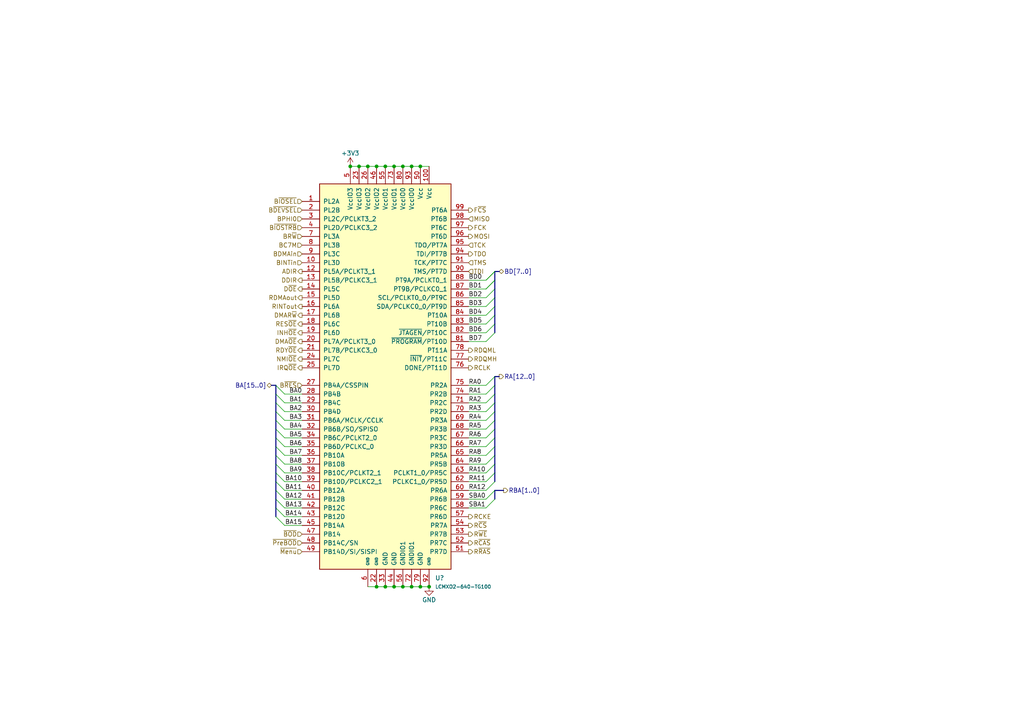
<source format=kicad_sch>
(kicad_sch (version 20211123) (generator eeschema)
  (paper "A4")
  (lib_symbols
    (symbol "GW_PLD:LCMXO2-640-TG100" (pin_names (offset 1.016))
      (property "Reference" "U" (at 0 1.27 0))
      (property "Value" "LCMXO2-640-TG100" (at 0 0 0))
      (symbol "LCMXO2-640-TG100_1_1"
        (rectangle (start -19.05 55.88) (end 19.05 -55.88) (stroke (width 0.254)) (fill (type background)))
        (pin bidirectional line (at -24.13 50.8 0) (length 5.08) (name "PL2A") (number "1"))
        (pin bidirectional line (at -24.13 33.02 0) (length 5.08) (name "PL3D") (number "10"))
        (pin power_in line (at 12.7 60.96 270) (length 5.08) (name "Vcc") (number "100"))
        (pin bidirectional line (at -24.13 30.48 0) (length 5.08) (name "PL5A/PCLKT3_1") (number "12"))
        (pin bidirectional line (at -24.13 27.94 0) (length 5.08) (name "PL5B/PCLKC3_1") (number "13"))
        (pin bidirectional line (at -24.13 25.4 0) (length 5.08) (name "PL5C") (number "14"))
        (pin bidirectional line (at -24.13 22.86 0) (length 5.08) (name "PL5D") (number "15"))
        (pin bidirectional line (at -24.13 20.32 0) (length 5.08) (name "PL6A") (number "16"))
        (pin bidirectional line (at -24.13 17.78 0) (length 5.08) (name "PL6B") (number "17"))
        (pin bidirectional line (at -24.13 15.24 0) (length 5.08) (name "PL6C") (number "18"))
        (pin bidirectional line (at -24.13 12.7 0) (length 5.08) (name "PL6D") (number "19"))
        (pin bidirectional line (at -24.13 48.26 0) (length 5.08) (name "PL2B") (number "2"))
        (pin bidirectional line (at -24.13 10.16 0) (length 5.08) (name "PL7A/PCLKT3_0") (number "20"))
        (pin bidirectional line (at -24.13 7.62 0) (length 5.08) (name "PL7B/PCLKC3_0") (number "21"))
        (pin power_in line (at -2.54 -60.96 90) (length 5.08) (name "GND") (number "22"))
        (pin power_in line (at -7.62 60.96 270) (length 5.08) (name "VccIO3") (number "23"))
        (pin bidirectional line (at -24.13 5.08 0) (length 5.08) (name "PL7C") (number "24"))
        (pin bidirectional line (at -24.13 2.54 0) (length 5.08) (name "PL7D") (number "25"))
        (pin power_in line (at -5.08 60.96 270) (length 5.08) (name "VccIO2") (number "26"))
        (pin bidirectional line (at -24.13 -2.54 0) (length 5.08) (name "PB4A/CSSPIN") (number "27"))
        (pin bidirectional line (at -24.13 -5.08 0) (length 5.08) (name "PB4B") (number "28"))
        (pin bidirectional line (at -24.13 -7.62 0) (length 5.08) (name "PB4C") (number "29"))
        (pin bidirectional line (at -24.13 45.72 0) (length 5.08) (name "PL2C/PCLKT3_2") (number "3"))
        (pin bidirectional line (at -24.13 -10.16 0) (length 5.08) (name "PB4D") (number "30"))
        (pin bidirectional line (at -24.13 -12.7 0) (length 5.08) (name "PB6A/MCLK/CCLK") (number "31"))
        (pin bidirectional line (at -24.13 -15.24 0) (length 5.08) (name "PB6B/SO/SPISO") (number "32"))
        (pin power_in line (at 0 -60.96 90) (length 5.08) (name "GND") (number "33"))
        (pin bidirectional line (at -24.13 -17.78 0) (length 5.08) (name "PB6C/PCLKT2_0") (number "34"))
        (pin bidirectional line (at -24.13 -20.32 0) (length 5.08) (name "PB6D/PCLKC_0") (number "35"))
        (pin bidirectional line (at -24.13 -22.86 0) (length 5.08) (name "PB10A") (number "36"))
        (pin bidirectional line (at -24.13 -25.4 0) (length 5.08) (name "PB10B") (number "37"))
        (pin bidirectional line (at -24.13 -27.94 0) (length 5.08) (name "PB10C/PCLKT2_1") (number "38"))
        (pin bidirectional line (at -24.13 -30.48 0) (length 5.08) (name "PB10D/PCLKC2_1") (number "39"))
        (pin bidirectional line (at -24.13 43.18 0) (length 5.08) (name "PL2D/PCLKC3_2") (number "4"))
        (pin bidirectional line (at -24.13 -33.02 0) (length 5.08) (name "PB12A") (number "40"))
        (pin bidirectional line (at -24.13 -35.56 0) (length 5.08) (name "PB12B") (number "41"))
        (pin bidirectional line (at -24.13 -38.1 0) (length 5.08) (name "PB12C") (number "42"))
        (pin bidirectional line (at -24.13 -40.64 0) (length 5.08) (name "PB12D") (number "43"))
        (pin power_in line (at 2.54 -60.96 90) (length 5.08) (name "GND") (number "44"))
        (pin bidirectional line (at -24.13 -43.18 0) (length 5.08) (name "PB14A") (number "45"))
        (pin power_in line (at -2.54 60.96 270) (length 5.08) (name "VccIO2") (number "46"))
        (pin bidirectional line (at -24.13 -45.72 0) (length 5.08) (name "PB14") (number "47"))
        (pin bidirectional line (at -24.13 -48.26 0) (length 5.08) (name "PB14C/SN") (number "48"))
        (pin bidirectional line (at -24.13 -50.8 0) (length 5.08) (name "PB14D/SI/SISPI") (number "49"))
        (pin power_in line (at -10.16 60.96 270) (length 5.08) (name "VccIO3") (number "5"))
        (pin power_in line (at 10.16 60.96 270) (length 5.08) (name "Vcc") (number "50"))
        (pin bidirectional line (at 24.13 -50.8 180) (length 5.08) (name "PR7D") (number "51"))
        (pin bidirectional line (at 24.13 -48.26 180) (length 5.08) (name "PR7C") (number "52"))
        (pin bidirectional line (at 24.13 -45.72 180) (length 5.08) (name "PR7B") (number "53"))
        (pin bidirectional line (at 24.13 -43.18 180) (length 5.08) (name "PR7A") (number "54"))
        (pin power_in line (at 0 60.96 270) (length 5.08) (name "VccIO1") (number "55"))
        (pin power_in line (at 5.08 -60.96 90) (length 5.08) (name "GNDIO1") (number "56"))
        (pin bidirectional line (at 24.13 -40.64 180) (length 5.08) (name "PR6D") (number "57"))
        (pin bidirectional line (at 24.13 -38.1 180) (length 5.08) (name "PR6C") (number "58"))
        (pin bidirectional line (at 24.13 -35.56 180) (length 5.08) (name "PR6B") (number "59"))
        (pin power_in line (at -5.08 -60.96 90) (length 5.08) (name "GND") (number "6"))
        (pin bidirectional line (at 24.13 -33.02 180) (length 5.08) (name "PR6A") (number "60"))
        (pin bidirectional line (at 24.13 -30.48 180) (length 5.08) (name "PCLKC1_0/PR5D") (number "62"))
        (pin bidirectional line (at 24.13 -27.94 180) (length 5.08) (name "PCLKT1_0/PR5C") (number "63"))
        (pin bidirectional line (at 24.13 -25.4 180) (length 5.08) (name "PR5B") (number "64"))
        (pin bidirectional line (at 24.13 -22.86 180) (length 5.08) (name "PR5A") (number "65"))
        (pin bidirectional line (at 24.13 -20.32 180) (length 5.08) (name "PR3D") (number "66"))
        (pin bidirectional line (at 24.13 -17.78 180) (length 5.08) (name "PR3C") (number "67"))
        (pin bidirectional line (at 24.13 -15.24 180) (length 5.08) (name "PR3B") (number "68"))
        (pin bidirectional line (at 24.13 -12.7 180) (length 5.08) (name "PR3A") (number "69"))
        (pin bidirectional line (at -24.13 40.64 0) (length 5.08) (name "PL3A") (number "7"))
        (pin bidirectional line (at 24.13 -10.16 180) (length 5.08) (name "PR2D") (number "70"))
        (pin bidirectional line (at 24.13 -7.62 180) (length 5.08) (name "PR2C") (number "71"))
        (pin power_in line (at 7.62 -60.96 90) (length 5.08) (name "GNDIO1") (number "72"))
        (pin power_in line (at 2.54 60.96 270) (length 5.08) (name "VccIO1") (number "73"))
        (pin bidirectional line (at 24.13 -5.08 180) (length 5.08) (name "PR2B") (number "74"))
        (pin bidirectional line (at 24.13 -2.54 180) (length 5.08) (name "PR2A") (number "75"))
        (pin bidirectional line (at 24.13 2.54 180) (length 5.08) (name "DONE/PT11D") (number "76"))
        (pin bidirectional line (at 24.13 5.08 180) (length 5.08) (name "~{INIT}/PT11C") (number "77"))
        (pin bidirectional line (at 24.13 7.62 180) (length 5.08) (name "PT11A") (number "78"))
        (pin power_in line (at 10.16 -60.96 90) (length 5.08) (name "GND") (number "79"))
        (pin bidirectional line (at -24.13 38.1 0) (length 5.08) (name "PL3B") (number "8"))
        (pin power_in line (at 5.08 60.96 270) (length 5.08) (name "VccIO0") (number "80"))
        (pin bidirectional line (at 24.13 10.16 180) (length 5.08) (name "~{PROGRAM}/PT10D") (number "81"))
        (pin bidirectional line (at 24.13 12.7 180) (length 5.08) (name "~{JTAGEN}/PT10C") (number "82"))
        (pin bidirectional line (at 24.13 15.24 180) (length 5.08) (name "PT10B") (number "83"))
        (pin bidirectional line (at 24.13 17.78 180) (length 5.08) (name "PT10A") (number "84"))
        (pin bidirectional line (at 24.13 20.32 180) (length 5.08) (name "SDA/PCLKC0_0/PT9D") (number "85"))
        (pin bidirectional line (at 24.13 22.86 180) (length 5.08) (name "SCL/PCLKT0_0/PT9C") (number "86"))
        (pin bidirectional line (at 24.13 25.4 180) (length 5.08) (name "PT9B/PCLKC0_1") (number "87"))
        (pin bidirectional line (at 24.13 27.94 180) (length 5.08) (name "PT9A/PCLKT0_1") (number "88"))
        (pin bidirectional line (at -24.13 35.56 0) (length 5.08) (name "PL3C") (number "9"))
        (pin bidirectional line (at 24.13 30.48 180) (length 5.08) (name "TMS/PT7D") (number "90"))
        (pin bidirectional line (at 24.13 33.02 180) (length 5.08) (name "TCK/PT7C") (number "91"))
        (pin power_in line (at 12.7 -60.96 90) (length 5.08) (name "GND") (number "92"))
        (pin power_in line (at 7.62 60.96 270) (length 5.08) (name "VccIO0") (number "93"))
        (pin bidirectional line (at 24.13 35.56 180) (length 5.08) (name "TDI/PT7B") (number "94"))
        (pin bidirectional line (at 24.13 38.1 180) (length 5.08) (name "TDO/PT7A") (number "95"))
        (pin bidirectional line (at 24.13 40.64 180) (length 5.08) (name "PT6D") (number "96"))
        (pin bidirectional line (at 24.13 43.18 180) (length 5.08) (name "PT6C") (number "97"))
        (pin bidirectional line (at 24.13 45.72 180) (length 5.08) (name "PT6B") (number "98"))
        (pin bidirectional line (at 24.13 48.26 180) (length 5.08) (name "PT6A") (number "99"))
      )
    )
    (symbol "power:+3V3" (power) (pin_names (offset 0))
      (property "Value" "+3V3" (at 0 3.556 0))
      (symbol "+3V3_0_1"
        (polyline (pts (xy -0.762 1.27) (xy 0 2.54)))
        (polyline (pts (xy 0 0) (xy 0 2.54)))
        (polyline (pts (xy 0 2.54) (xy 0.762 1.27)))
      )
      (symbol "+3V3_1_1"
        (pin power_in line (at 0 0 90) (length 0) hide (name "+3V3") (number "1"))
      )
    )
    (symbol "power:GND" (power) (pin_names (offset 0))
      (property "Value" "GND" (at 0 -3.81 0))
      (symbol "GND_0_1"
        (polyline (pts (xy 0 0) (xy 0 -1.27) (xy 1.27 -1.27) (xy 0 -2.54) (xy -1.27 -1.27) (xy 0 -1.27)))
      )
      (symbol "GND_1_1"
        (pin power_in line (at 0 0 270) (length 0) hide (name "GND") (number "1"))
      )
    )
  )
  (junction (at 114.3 48.26))
  (junction (at 121.92 170.18))
  (junction (at 109.22 170.18))
  (junction (at 111.76 170.18))
  (junction (at 119.38 170.18))
  (junction (at 119.38 48.26))
  (junction (at 121.92 48.26))
  (junction (at 116.84 170.18))
  (junction (at 111.76 48.26))
  (junction (at 109.22 48.26))
  (junction (at 104.14 48.26))
  (junction (at 124.46 170.18))
  (junction (at 116.84 48.26))
  (junction (at 106.68 48.26))
  (junction (at 101.6 48.26))
  (junction (at 114.3 170.18))
  (bus_entry (at 82.55 121.92) (size -2.54 -2.54))
  (bus_entry (at 80.01 142.24) (size 2.54 2.54))
  (bus_entry (at 140.97 99.06) (size 2.54 -2.54))
  (bus_entry (at 80.01 132.08) (size 2.54 2.54))
  (bus_entry (at 140.97 83.82) (size 2.54 -2.54))
  (bus_entry (at 82.55 127) (size -2.54 -2.54))
  (bus_entry (at 143.51 137.16) (size -2.54 2.54))
  (bus_entry (at 140.97 127) (size 2.54 -2.54))
  (bus_entry (at 80.01 144.78) (size 2.54 2.54))
  (bus_entry (at 140.97 86.36) (size 2.54 -2.54))
  (bus_entry (at 143.51 142.24) (size -2.54 2.54))
  (bus_entry (at 140.97 88.9) (size 2.54 -2.54))
  (bus_entry (at 82.55 119.38) (size -2.54 -2.54))
  (bus_entry (at 143.51 139.7) (size -2.54 2.54))
  (bus_entry (at 143.51 109.22) (size -2.54 2.54))
  (bus_entry (at 82.55 132.08) (size -2.54 -2.54))
  (bus_entry (at 143.51 144.78) (size -2.54 2.54))
  (bus_entry (at 140.97 116.84) (size 2.54 -2.54))
  (bus_entry (at 140.97 129.54) (size 2.54 -2.54))
  (bus_entry (at 140.97 96.52) (size 2.54 -2.54))
  (bus_entry (at 140.97 91.44) (size 2.54 -2.54))
  (bus_entry (at 143.51 134.62) (size -2.54 2.54))
  (bus_entry (at 82.55 124.46) (size -2.54 -2.54))
  (bus_entry (at 80.01 111.76) (size 2.54 2.54))
  (bus_entry (at 143.51 129.54) (size -2.54 2.54))
  (bus_entry (at 143.51 132.08) (size -2.54 2.54))
  (bus_entry (at 80.01 139.7) (size 2.54 2.54))
  (bus_entry (at 140.97 119.38) (size 2.54 -2.54))
  (bus_entry (at 80.01 147.32) (size 2.54 2.54))
  (bus_entry (at 140.97 81.28) (size 2.54 -2.54))
  (bus_entry (at 140.97 81.28) (size 2.54 -2.54))
  (bus_entry (at 80.01 149.86) (size 2.54 2.54))
  (bus_entry (at 82.55 129.54) (size -2.54 -2.54))
  (bus_entry (at 140.97 114.3) (size 2.54 -2.54))
  (bus_entry (at 80.01 134.62) (size 2.54 2.54))
  (bus_entry (at 82.55 116.84) (size -2.54 -2.54))
  (bus_entry (at 140.97 83.82) (size 2.54 -2.54))
  (bus_entry (at 140.97 93.98) (size 2.54 -2.54))
  (bus_entry (at 140.97 121.92) (size 2.54 -2.54))
  (bus_entry (at 140.97 124.46) (size 2.54 -2.54))
  (bus_entry (at 80.01 137.16) (size 2.54 2.54))
  (wire (pts (xy 114.3 48.26) (xy 116.84 48.26)))
  (bus (pts (xy 143.51 81.28) (xy 143.51 83.82)))
  (bus (pts (xy 143.51 144.78) (xy 143.51 142.24)))
  (wire (pts (xy 114.3 170.18) (xy 116.84 170.18)))
  (bus (pts (xy 143.51 86.36) (xy 143.51 88.9)))
  (wire (pts (xy 87.63 114.3) (xy 82.55 114.3)))
  (wire (pts (xy 87.63 127) (xy 82.55 127)))
  (wire (pts (xy 116.84 170.18) (xy 119.38 170.18)))
  (bus (pts (xy 80.01 139.7) (xy 80.01 142.24)))
  (wire (pts (xy 135.89 132.08) (xy 140.97 132.08)))
  (wire (pts (xy 135.89 83.82) (xy 140.97 83.82)))
  (wire (pts (xy 135.89 139.7) (xy 140.97 139.7)))
  (wire (pts (xy 135.89 91.44) (xy 140.97 91.44)))
  (bus (pts (xy 80.01 142.24) (xy 80.01 144.78)))
  (bus (pts (xy 80.01 121.92) (xy 80.01 124.46)))
  (bus (pts (xy 80.01 137.16) (xy 80.01 139.7)))
  (wire (pts (xy 121.92 170.18) (xy 124.46 170.18)))
  (wire (pts (xy 111.76 48.26) (xy 114.3 48.26)))
  (wire (pts (xy 87.63 139.7) (xy 82.55 139.7)))
  (wire (pts (xy 135.89 111.76) (xy 140.97 111.76)))
  (bus (pts (xy 143.51 78.74) (xy 143.51 81.28)))
  (wire (pts (xy 116.84 48.26) (xy 119.38 48.26)))
  (wire (pts (xy 87.63 124.46) (xy 82.55 124.46)))
  (bus (pts (xy 80.01 132.08) (xy 80.01 134.62)))
  (bus (pts (xy 143.51 137.16) (xy 143.51 139.7)))
  (wire (pts (xy 135.89 88.9) (xy 140.97 88.9)))
  (wire (pts (xy 135.89 144.78) (xy 140.97 144.78)))
  (bus (pts (xy 143.51 88.9) (xy 143.51 91.44)))
  (wire (pts (xy 87.63 134.62) (xy 82.55 134.62)))
  (bus (pts (xy 143.51 93.98) (xy 143.51 96.52)))
  (bus (pts (xy 143.51 91.44) (xy 143.51 93.98)))
  (wire (pts (xy 87.63 152.4) (xy 82.55 152.4)))
  (wire (pts (xy 135.89 99.06) (xy 140.97 99.06)))
  (bus (pts (xy 143.51 114.3) (xy 143.51 116.84)))
  (wire (pts (xy 135.89 86.36) (xy 140.97 86.36)))
  (wire (pts (xy 87.63 116.84) (xy 82.55 116.84)))
  (wire (pts (xy 119.38 48.26) (xy 121.92 48.26)))
  (wire (pts (xy 87.63 132.08) (xy 82.55 132.08)))
  (bus (pts (xy 80.01 127) (xy 80.01 129.54)))
  (wire (pts (xy 119.38 170.18) (xy 121.92 170.18)))
  (wire (pts (xy 121.92 48.26) (xy 124.46 48.26)))
  (wire (pts (xy 135.89 96.52) (xy 140.97 96.52)))
  (bus (pts (xy 143.51 129.54) (xy 143.51 132.08)))
  (bus (pts (xy 143.51 124.46) (xy 143.51 127)))
  (wire (pts (xy 101.6 48.26) (xy 104.14 48.26)))
  (wire (pts (xy 135.89 93.98) (xy 140.97 93.98)))
  (bus (pts (xy 80.01 147.32) (xy 80.01 149.86)))
  (wire (pts (xy 135.89 124.46) (xy 140.97 124.46)))
  (bus (pts (xy 143.51 116.84) (xy 143.51 119.38)))
  (wire (pts (xy 106.68 170.18) (xy 109.22 170.18)))
  (wire (pts (xy 87.63 149.86) (xy 82.55 149.86)))
  (bus (pts (xy 143.51 111.76) (xy 143.51 114.3)))
  (wire (pts (xy 135.89 129.54) (xy 140.97 129.54)))
  (bus (pts (xy 80.01 111.76) (xy 80.01 114.3)))
  (wire (pts (xy 104.14 48.26) (xy 106.68 48.26)))
  (bus (pts (xy 143.51 134.62) (xy 143.51 137.16)))
  (bus (pts (xy 143.51 109.22) (xy 144.78 109.22)))
  (wire (pts (xy 135.89 134.62) (xy 140.97 134.62)))
  (bus (pts (xy 80.01 114.3) (xy 80.01 116.84)))
  (wire (pts (xy 135.89 137.16) (xy 140.97 137.16)))
  (wire (pts (xy 111.76 170.18) (xy 114.3 170.18)))
  (wire (pts (xy 109.22 170.18) (xy 111.76 170.18)))
  (wire (pts (xy 87.63 147.32) (xy 82.55 147.32)))
  (wire (pts (xy 135.89 116.84) (xy 140.97 116.84)))
  (wire (pts (xy 135.89 121.92) (xy 140.97 121.92)))
  (bus (pts (xy 143.51 121.92) (xy 143.51 124.46)))
  (bus (pts (xy 80.01 134.62) (xy 80.01 137.16)))
  (wire (pts (xy 87.63 144.78) (xy 82.55 144.78)))
  (bus (pts (xy 80.01 111.76) (xy 78.74 111.76)))
  (bus (pts (xy 143.51 127) (xy 143.51 129.54)))
  (bus (pts (xy 143.51 119.38) (xy 143.51 121.92)))
  (wire (pts (xy 87.63 142.24) (xy 82.55 142.24)))
  (bus (pts (xy 80.01 144.78) (xy 80.01 147.32)))
  (wire (pts (xy 135.89 147.32) (xy 140.97 147.32)))
  (wire (pts (xy 135.89 114.3) (xy 140.97 114.3)))
  (bus (pts (xy 80.01 124.46) (xy 80.01 127)))
  (wire (pts (xy 87.63 129.54) (xy 82.55 129.54)))
  (wire (pts (xy 135.89 142.24) (xy 140.97 142.24)))
  (bus (pts (xy 146.05 142.24) (xy 143.51 142.24)))
  (wire (pts (xy 106.68 48.26) (xy 109.22 48.26)))
  (bus (pts (xy 143.51 109.22) (xy 143.51 111.76)))
  (wire (pts (xy 135.89 119.38) (xy 140.97 119.38)))
  (bus (pts (xy 80.01 129.54) (xy 80.01 132.08)))
  (bus (pts (xy 143.51 78.74) (xy 144.78 78.74)))
  (bus (pts (xy 80.01 119.38) (xy 80.01 121.92)))
  (wire (pts (xy 87.63 121.92) (xy 82.55 121.92)))
  (wire (pts (xy 135.89 127) (xy 140.97 127)))
  (wire (pts (xy 87.63 119.38) (xy 82.55 119.38)))
  (bus (pts (xy 143.51 132.08) (xy 143.51 134.62)))
  (wire (pts (xy 135.89 81.28) (xy 140.97 81.28)))
  (wire (pts (xy 109.22 48.26) (xy 111.76 48.26)))
  (wire (pts (xy 87.63 137.16) (xy 82.55 137.16)))
  (bus (pts (xy 143.51 83.82) (xy 143.51 86.36)))
  (bus (pts (xy 80.01 116.84) (xy 80.01 119.38)))
  (label "BA15" (at 87.63 152.4 180))
  (label "BD5" (at 135.89 93.98 0))
  (label "BA14" (at 87.63 149.86 180))
  (label "BD3" (at 135.89 88.9 0))
  (label "SBA0" (at 135.89 144.78 0))
  (label "RA3" (at 135.89 119.38 0))
  (label "BA5" (at 87.63 127 180))
  (label "BA10" (at 87.63 139.7 180))
  (label "RA10" (at 135.89 137.16 0))
  (label "RA9" (at 135.89 134.62 0))
  (label "BA2" (at 87.63 119.38 180))
  (label "BA13" (at 87.63 147.32 180))
  (label "RA5" (at 135.89 124.46 0))
  (label "BA0" (at 87.63 114.3 180))
  (label "RA7" (at 135.89 129.54 0))
  (label "RA4" (at 135.89 121.92 0))
  (label "RA12" (at 135.89 142.24 0))
  (label "BA12" (at 87.63 144.78 180))
  (label "BD2" (at 135.89 86.36 0))
  (label "BA4" (at 87.63 124.46 180))
  (label "RA11" (at 135.89 139.7 0))
  (label "BD6" (at 135.89 96.52 0))
  (label "BA1" (at 87.63 116.84 180))
  (label "BA7" (at 87.63 132.08 180))
  (label "BA8" (at 87.63 134.62 180))
  (label "BA3" (at 87.63 121.92 180))
  (label "BA6" (at 87.63 129.54 180))
  (label "RA2" (at 135.89 116.84 0))
  (label "BD1" (at 135.89 83.82 0))
  (label "BD0" (at 135.89 81.28 0))
  (label "BD7" (at 135.89 99.06 0))
  (label "RA0" (at 135.89 111.76 0))
  (label "RA8" (at 135.89 132.08 0))
  (label "BA11" (at 87.63 142.24 180))
  (label "RA6" (at 135.89 127 0))
  (label "BA9" (at 87.63 137.16 180))
  (label "SBA1" (at 135.89 147.32 0))
  (label "BD4" (at 135.89 91.44 0))
  (label "RA1" (at 135.89 114.3 0))
  (hierarchical_label "INH~{OE}" (shape output) (at 87.63 96.52 180))
  (hierarchical_label "~{Menu}" (shape input) (at 87.63 160.02 180))
  (hierarchical_label "R~{RAS}" (shape output) (at 135.89 160.02 0))
  (hierarchical_label "B~{IOSTRB}" (shape input) (at 87.63 66.04 180))
  (hierarchical_label "R~{CS}" (shape output) (at 135.89 152.4 0))
  (hierarchical_label "R~{WE}" (shape output) (at 135.89 154.94 0))
  (hierarchical_label "ADIR" (shape output) (at 87.63 78.74 180))
  (hierarchical_label "RCKE" (shape output) (at 135.89 149.86 0))
  (hierarchical_label "DMA~{OE}" (shape output) (at 87.63 99.06 180))
  (hierarchical_label "NMI~{OE}" (shape output) (at 87.63 104.14 180))
  (hierarchical_label "B~{IOSEL}" (shape input) (at 87.63 58.42 180))
  (hierarchical_label "RA[12..0]" (shape output) (at 144.78 109.22 0))
  (hierarchical_label "TDI" (shape input) (at 135.89 78.74 0))
  (hierarchical_label "BINTin" (shape input) (at 87.63 76.2 180))
  (hierarchical_label "~{PreBOD}" (shape input) (at 87.63 157.48 180))
  (hierarchical_label "DDIR" (shape output) (at 87.63 81.28 180))
  (hierarchical_label "R~{CAS}" (shape output) (at 135.89 157.48 0))
  (hierarchical_label "BDMAin" (shape input) (at 87.63 73.66 180))
  (hierarchical_label "IRQ~{OE}" (shape output) (at 87.63 106.68 180))
  (hierarchical_label "RCLK" (shape output) (at 135.89 106.68 0))
  (hierarchical_label "B~{DEVSEL}" (shape input) (at 87.63 60.96 180))
  (hierarchical_label "RDY~{OE}" (shape output) (at 87.63 101.6 180))
  (hierarchical_label "BC7M" (shape input) (at 87.63 71.12 180))
  (hierarchical_label "BPHI0" (shape input) (at 87.63 63.5 180))
  (hierarchical_label "RDQMH" (shape output) (at 135.89 104.14 0))
  (hierarchical_label "RES~{OE}" (shape output) (at 87.63 93.98 180))
  (hierarchical_label "BA[15..0]" (shape bidirectional) (at 78.74 111.76 180))
  (hierarchical_label "FCK" (shape output) (at 135.89 66.04 0))
  (hierarchical_label "F~{CS}" (shape output) (at 135.89 60.96 0))
  (hierarchical_label "D~{OE}" (shape output) (at 87.63 83.82 180))
  (hierarchical_label "DMAR~{W}" (shape output) (at 87.63 91.44 180))
  (hierarchical_label "B~{RES}" (shape input) (at 87.63 111.76 180))
  (hierarchical_label "RINTout" (shape output) (at 87.63 88.9 180))
  (hierarchical_label "RDQML" (shape output) (at 135.89 101.6 0))
  (hierarchical_label "MOSI" (shape output) (at 135.89 68.58 0))
  (hierarchical_label "BR~{W}" (shape input) (at 87.63 68.58 180))
  (hierarchical_label "TDO" (shape output) (at 135.89 73.66 0))
  (hierarchical_label "~{BOD}" (shape input) (at 87.63 154.94 180))
  (hierarchical_label "MISO" (shape input) (at 135.89 63.5 0))
  (hierarchical_label "RDMAout" (shape output) (at 87.63 86.36 180))
  (hierarchical_label "TMS" (shape input) (at 135.89 76.2 0))
  (hierarchical_label "TCK" (shape input) (at 135.89 71.12 0))
  (hierarchical_label "RBA[1..0]" (shape output) (at 146.05 142.24 0))
  (hierarchical_label "BD[7..0]" (shape bidirectional) (at 144.78 78.74 0))
  (symbol (lib_id "power:GND") (at 124.46 170.18 0) (unit 1)
    (property "Reference" "#PWR?" (effects hide))
    (property "Value" "GND" (at 124.46 173.99 0))
  )
  (symbol (lib_id "power:+3V3") (at 101.6 48.26 0) (unit 1)
    (property "Reference" "#PWR?" (effects hide))
    (property "Value" "+3V3" (at 101.6 44.45 0))
  )
  (symbol (lib_id "GW_PLD:LCMXO2-640-TG100") (at 111.76 109.22 0) (unit 1)
    (property "Reference" "U?" (at 126.2 167.64 0) (effects (justify left)))
    (property "Value" "LCMXO2-640-TG100" (at 126.2 170.18 0) (effects (font (size 1.016 1.016)) (justify left)))
    (property "Footprint" "stdpads:TQFP-100" (effects hide))
  )
)
</source>
